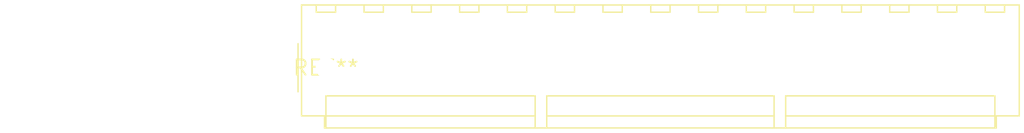
<source format=kicad_pcb>
(kicad_pcb (version 20240108) (generator pcbnew)
  (layers (0 "F.Cu" signal) (31 "B.Cu" signal) (34 "B.Paste" user) (35 "F.Paste" user) (36 "B.SilkS" user "B.Silkscreen") (37 "F.SilkS" user "F.Silkscreen") (38 "B.Mask" user) (39 "F.Mask" user) (44 "Edge.Cuts" user))
  (net 0 "")
  (footprint "Molex_KK-396_A-41791-0015_1x15_P3.96mm_Vertical" (layer "F.Cu") (at 0 0)
    (property "Reference" "REF**")
    (property "Value" "Molex_KK-396_A-41791-0015_1x15_P3.96mm_Vertical")
    (fp_line (start -2.31 -2) (end -2.31 2) (layer "F.SilkS") (stroke (width 0.12)))
    (fp_line (start -2.02 -5.22) (end 57.46 -5.22) (layer "F.SilkS") (stroke (width 0.12)))
    (fp_line (start -2.02 4.005) (end -2.02 -5.22) (layer "F.SilkS") (stroke (width 0.12)))
    (fp_line (start -0.8 -5.22) (end -0.8 -4.62) (layer "F.SilkS") (stroke (width 0.12)))
    (fp_line (start -0.8 -4.62) (end 0.8 -4.62) (layer "F.SilkS") (stroke (width 0.12)))
    (fp_line (start -0.115 4.005) (end -2.02 4.005) (layer "F.SilkS") (stroke (width 0.12)))
    (fp_line (start -0.115 5.01) (end -0.115 4.005) (layer "F.SilkS") (stroke (width 0.12)))
    (fp_line (start 0 2.34) (end 17.34 2.34) (layer "F.SilkS") (stroke (width 0.12)))
    (fp_line (start 0 4.01) (end 0 2.34) (layer "F.SilkS") (stroke (width 0.12)))
    (fp_line (start 0 4.01) (end 17.34 4.01) (layer "F.SilkS") (stroke (width 0.12)))
    (fp_line (start 0 5.01) (end 0 4.01) (layer "F.SilkS") (stroke (width 0.12)))
    (fp_line (start 0.8 -4.62) (end 0.8 -5.22) (layer "F.SilkS") (stroke (width 0.12)))
    (fp_line (start 3.16 -5.22) (end 3.16 -4.62) (layer "F.SilkS") (stroke (width 0.12)))
    (fp_line (start 3.16 -4.62) (end 4.76 -4.62) (layer "F.SilkS") (stroke (width 0.12)))
    (fp_line (start 4.76 -4.62) (end 4.76 -5.22) (layer "F.SilkS") (stroke (width 0.12)))
    (fp_line (start 7.12 -5.22) (end 7.12 -4.62) (layer "F.SilkS") (stroke (width 0.12)))
    (fp_line (start 7.12 -4.62) (end 8.72 -4.62) (layer "F.SilkS") (stroke (width 0.12)))
    (fp_line (start 8.72 -4.62) (end 8.72 -5.22) (layer "F.SilkS") (stroke (width 0.12)))
    (fp_line (start 11.08 -5.22) (end 11.08 -4.62) (layer "F.SilkS") (stroke (width 0.12)))
    (fp_line (start 11.08 -4.62) (end 12.68 -4.62) (layer "F.SilkS") (stroke (width 0.12)))
    (fp_line (start 12.68 -4.62) (end 12.68 -5.22) (layer "F.SilkS") (stroke (width 0.12)))
    (fp_line (start 15.04 -5.22) (end 15.04 -4.62) (layer "F.SilkS") (stroke (width 0.12)))
    (fp_line (start 15.04 -4.62) (end 16.64 -4.62) (layer "F.SilkS") (stroke (width 0.12)))
    (fp_line (start 16.64 -4.62) (end 16.64 -5.22) (layer "F.SilkS") (stroke (width 0.12)))
    (fp_line (start 17.34 2.34) (end 17.34 4.01) (layer "F.SilkS") (stroke (width 0.12)))
    (fp_line (start 17.34 4.01) (end 17.34 5.01) (layer "F.SilkS") (stroke (width 0.12)))
    (fp_line (start 18.3 2.34) (end 37.14 2.34) (layer "F.SilkS") (stroke (width 0.12)))
    (fp_line (start 18.3 4.01) (end 18.3 2.34) (layer "F.SilkS") (stroke (width 0.12)))
    (fp_line (start 18.3 4.01) (end 37.14 4.01) (layer "F.SilkS") (stroke (width 0.12)))
    (fp_line (start 18.3 5.01) (end 18.3 4.01) (layer "F.SilkS") (stroke (width 0.12)))
    (fp_line (start 19 -5.22) (end 19 -4.62) (layer "F.SilkS") (stroke (width 0.12)))
    (fp_line (start 19 -4.62) (end 20.6 -4.62) (layer "F.SilkS") (stroke (width 0.12)))
    (fp_line (start 20.6 -4.62) (end 20.6 -5.22) (layer "F.SilkS") (stroke (width 0.12)))
    (fp_line (start 22.96 -5.22) (end 22.96 -4.62) (layer "F.SilkS") (stroke (width 0.12)))
    (fp_line (start 22.96 -4.62) (end 24.56 -4.62) (layer "F.SilkS") (stroke (width 0.12)))
    (fp_line (start 24.56 -4.62) (end 24.56 -5.22) (layer "F.SilkS") (stroke (width 0.12)))
    (fp_line (start 26.92 -5.22) (end 26.92 -4.62) (layer "F.SilkS") (stroke (width 0.12)))
    (fp_line (start 26.92 -4.62) (end 28.52 -4.62) (layer "F.SilkS") (stroke (width 0.12)))
    (fp_line (start 28.52 -4.62) (end 28.52 -5.22) (layer "F.SilkS") (stroke (width 0.12)))
    (fp_line (start 30.88 -5.22) (end 30.88 -4.62) (layer "F.SilkS") (stroke (width 0.12)))
    (fp_line (start 30.88 -4.62) (end 32.48 -4.62) (layer "F.SilkS") (stroke (width 0.12)))
    (fp_line (start 32.48 -4.62) (end 32.48 -5.22) (layer "F.SilkS") (stroke (width 0.12)))
    (fp_line (start 34.84 -5.22) (end 34.84 -4.62) (layer "F.SilkS") (stroke (width 0.12)))
    (fp_line (start 34.84 -4.62) (end 36.44 -4.62) (layer "F.SilkS") (stroke (width 0.12)))
    (fp_line (start 36.44 -4.62) (end 36.44 -5.22) (layer "F.SilkS") (stroke (width 0.12)))
    (fp_line (start 37.14 2.34) (end 37.14 4.01) (layer "F.SilkS") (stroke (width 0.12)))
    (fp_line (start 37.14 4.01) (end 37.14 5.01) (layer "F.SilkS") (stroke (width 0.12)))
    (fp_line (start 38.1 2.34) (end 55.44 2.34) (layer "F.SilkS") (stroke (width 0.12)))
    (fp_line (start 38.1 4.01) (end 38.1 2.34) (layer "F.SilkS") (stroke (width 0.12)))
    (fp_line (start 38.1 4.01) (end 55.44 4.01) (layer "F.SilkS") (stroke (width 0.12)))
    (fp_line (start 38.1 5.01) (end 38.1 4.01) (layer "F.SilkS") (stroke (width 0.12)))
    (fp_line (start 38.8 -5.22) (end 38.8 -4.62) (layer "F.SilkS") (stroke (width 0.12)))
    (fp_line (start 38.8 -4.62) (end 40.4 -4.62) (layer "F.SilkS") (stroke (width 0.12)))
    (fp_line (start 40.4 -4.62) (end 40.4 -5.22) (layer "F.SilkS") (stroke (width 0.12)))
    (fp_line (start 42.76 -5.22) (end 42.76 -4.62) (layer "F.SilkS") (stroke (width 0.12)))
    (fp_line (start 42.76 -4.62) (end 44.36 -4.62) (layer "F.SilkS") (stroke (width 0.12)))
    (fp_line (start 44.36 -4.62) (end 44.36 -5.22) (layer "F.SilkS") (stroke (width 0.12)))
    (fp_line (start 46.72 -5.22) (end 46.72 -4.62) (layer "F.SilkS") (stroke (width 0.12)))
    (fp_line (start 46.72 -4.62) (end 48.32 -4.62) (layer "F.SilkS") (stroke (width 0.12)))
    (fp_line (start 48.32 -4.62) (end 48.32 -5.22) (layer "F.SilkS") (stroke (width 0.12)))
    (fp_line (start 50.68 -5.22) (end 50.68 -4.62) (layer "F.SilkS") (stroke (width 0.12)))
    (fp_line (start 50.68 -4.62) (end 52.28 -4.62) (layer "F.SilkS") (stroke (width 0.12)))
    (fp_line (start 52.28 -4.62) (end 52.28 -5.22) (layer "F.SilkS") (stroke (width 0.12)))
    (fp_line (start 54.64 -5.22) (end 54.64 -4.62) (layer "F.SilkS") (stroke (width 0.12)))
    (fp_line (start 54.64 -4.62) (end 56.24 -4.62) (layer "F.SilkS") (stroke (width 0.12)))
    (fp_line (start 55.44 2.34) (end 55.44 4.01) (layer "F.SilkS") (stroke (width 0.12)))
    (fp_line (start 55.44 4.01) (end 55.44 5.01) (layer "F.SilkS") (stroke (width 0.12)))
    (fp_line (start 55.555 4.005) (end 55.555 5.01) (layer "F.SilkS") (stroke (width 0.12)))
    (fp_line (start 55.555 5.01) (end -0.115 5.01) (layer "F.SilkS") (stroke (width 0.12)))
    (fp_line (start 56.24 -4.62) (end 56.24 -5.22) (layer "F.SilkS") (stroke (width 0.12)))
    (fp_line (start 57.46 -5.22) (end 57.46 4.005) (layer "F.SilkS") (stroke (width 0.12)))
    (fp_line (start 57.46 4.005) (end 55.555 4.005) (layer "F.SilkS") (stroke (width 0.12)))
    (pad "1" thru_hole roundrect (at 0 0) (size 3.16 4.1) (drill 1.7) (layers *.Cu *.Mask) (remove_unused_layers) (roundrect_rratio 0.079114))
    (pad "2" thru_hole oval (at 3.96 0) (size 3.16 4.1) (drill 1.7) (layers *.Cu *.Mask) (remove_unused_layers))
    (pad "3" thru_hole oval (at 7.92 0) (size 3.16 4.1) (drill 1.7) (layers *.Cu *.Mask) (remove_unused_layers))
    (pad "4" thru_hole oval (at 11.88 0) (size 3.16 4.1) (drill 1.7) (layers *.Cu *.Mask) (remove_unused_layers))
    (pad "5" thru_hole oval (at 15.84 0) (size 3.16 4.1) (drill 1.7) (layers *.Cu *.Mask) (remove_unused_layers))
    (pad "6" thru_hole oval (at 19.8 0) (size 3.16 4.1) (drill 1.7) (layers *.Cu *.Mask) (remove_unused_layers))
    (pad "7" thru_hole oval (at 23.76 0) (size 3.16 4.1) (drill 1.7) (layers *.Cu *.Mask) (remove_unused_layers))
    (pad "8" thru_hole oval (at 27.72 0) (size 3.16 4.1) (drill 1.7) (layers *.Cu *.Mask) (remove_unused_layers))
    (pad "9" thru_hole oval (at 31.68 0) (size 3.16 4.1) (drill 1.7) (layers *.Cu *.Mask) (remove_unused_layers))
    (pad "10" thru_hole oval (at 35.64 0) (size 3.16 4.1) (drill 1.7) (layers *.Cu *.Mask) (remove_unused_layers))
    (pad "11" thru_hole oval (at 39.6 0) (size 3.16 4.1) (drill 1.7) (layers *.Cu *.Mask) (remove_unused_layers))
    (pad "12" thru_hole oval (at 43.56 0) (size 3.16 4.1) (drill 1.7) (layers *.Cu *.Mask) (remove_unused_layers))
    (pad "13" thru_hole oval (at 47.52 0) (size 3.16 4.1) (drill 1.7) (layers *.Cu *.Mask) (remove_unused_layers))
    (pad "14" thru_hole oval (at 51.48 0) (size 3.16 4.1) (drill 1.7) (layers *.Cu *.Mask) (remove_unused_layers))
    (pad "15" thru_hole oval (at 55.44 0) (size 3.16 4.1) (drill 1.7) (layers *.Cu *.Mask) (remove_unused_layers))
  )
)
</source>
